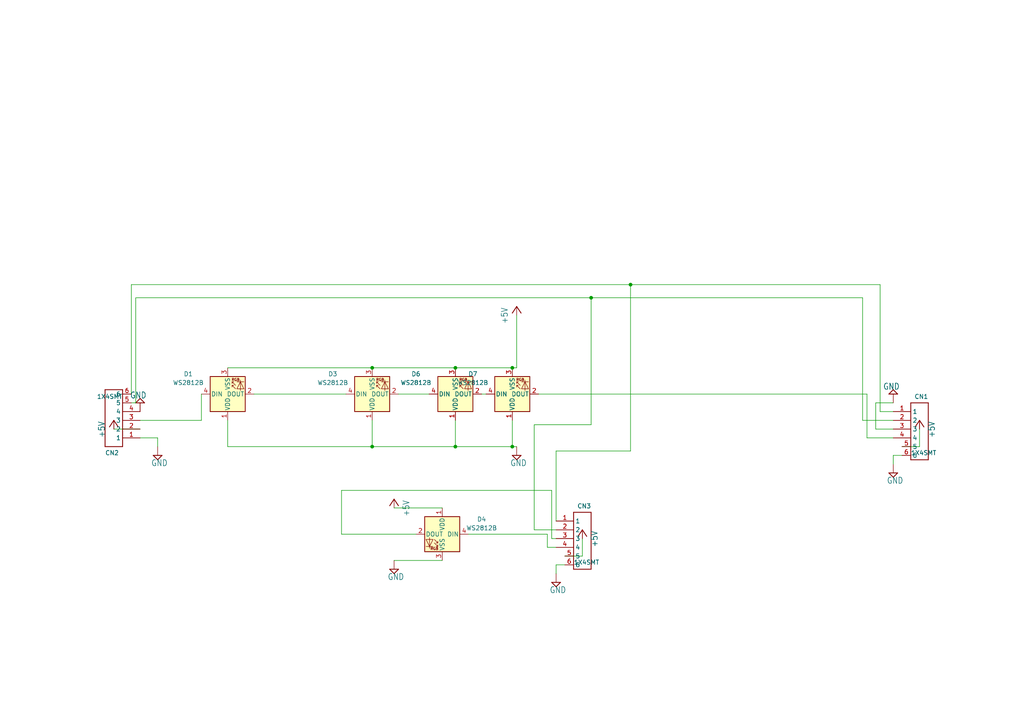
<source format=kicad_sch>
(kicad_sch (version 20211123) (generator eeschema)
  (paper "A4")
  (lib_symbols
    (symbol "1X4SMT_1"
      (property "Reference" "CN" (at 5.08 7.62 0))
      (property "Value" "1X4SMT_1" (at 0 -10.16 0))
      (symbol "1X4SMT_1_1_0"
        (polyline (pts (xy 0 -11.43) (xy 0 5.08)) (stroke (width 0.254)))
        (polyline (pts (xy 0 5.08) (xy 5.08 5.08)) (stroke (width 0.254)))
        (polyline (pts (xy 5.08 -11.43) (xy 0 -11.43)) (stroke (width 0.254)))
        (polyline (pts (xy 5.08 5.08) (xy 5.08 -11.43)) (stroke (width 0.254)))
        (pin bidirectional line (at -5.08 2.54 0) (length 5.08) (name "1") (number "1"))
        (pin bidirectional line (at -5.08 0 0) (length 5.08) (name "2") (number "2"))
        (pin bidirectional line (at -5.08 -2.54 0) (length 5.08) (name "3") (number "3"))
        (pin bidirectional line (at -5.08 -5.08 0) (length 5.08) (name "4") (number "4"))
      )
      (symbol "1X4SMT_1_1_1"
        (pin bidirectional line (at -2.54 -7.62 0) (length 2.54) (name "5") (number "5"))
        (pin bidirectional line (at -2.54 -10.16 0) (length 2.54) (name "6") (number "6"))
      )
    )
    (symbol "Adafruit NeoPixel 8 Stick-eagle-import:+5V" (power)
      (property "Value" "+5V" (at -2.54 -5.08 90))
      (symbol "+5V_1_0"
        (polyline (pts (xy 0 0) (xy -1.27 -1.905)) (stroke (width 0.254)))
        (polyline (pts (xy 1.27 -1.905) (xy 0 0)) (stroke (width 0.254)))
        (pin power_in line (at 0 -2.54 90) (length 2.54) (name "+5V") (number "1"))
      )
    )
    (symbol "Adafruit NeoPixel 8 Stick-eagle-import:1X4SMT"
      (property "Reference" "CN" (at 5.08 7.62 0))
      (property "Value" "1X4SMT" (at 0 -10.16 0))
      (symbol "1X4SMT_1_0"
        (polyline (pts (xy 0 -11.43) (xy 0 5.08)) (stroke (width 0.254)))
        (polyline (pts (xy 0 5.08) (xy 5.08 5.08)) (stroke (width 0.254)))
        (polyline (pts (xy 5.08 -11.43) (xy 0 -11.43)) (stroke (width 0.254)))
        (polyline (pts (xy 5.08 5.08) (xy 5.08 -11.43)) (stroke (width 0.254)))
        (pin bidirectional line (at -5.08 2.54 0) (length 5.08) (name "1") (number "1"))
        (pin bidirectional line (at -5.08 0 0) (length 5.08) (name "2") (number "2"))
        (pin bidirectional line (at -5.08 -2.54 0) (length 5.08) (name "3") (number "3"))
        (pin bidirectional line (at -5.08 -5.08 0) (length 5.08) (name "4") (number "4"))
      )
      (symbol "1X4SMT_1_1"
        (pin bidirectional line (at -2.54 -7.62 0) (length 2.54) (name "5") (number "5"))
        (pin bidirectional line (at -2.54 -10.16 0) (length 2.54) (name "6") (number "6"))
      )
    )
    (symbol "Adafruit NeoPixel 8 Stick-eagle-import:GND" (power)
      (property "Value" "GND" (at -1.905 -3.175 0))
      (symbol "GND_1_0"
        (polyline (pts (xy -1.27 0) (xy 1.27 0)) (stroke (width 0.254)))
        (polyline (pts (xy 0 -1.27) (xy -1.27 0)) (stroke (width 0.254)))
        (polyline (pts (xy 1.27 0) (xy 0 -1.27)) (stroke (width 0.254)))
        (pin power_in line (at 0 2.54 270) (length 2.54) (name "GND") (number "1"))
      )
    )
    (symbol "LED:WS2812B" (pin_names (offset 0.254))
      (property "Reference" "D" (at 5.08 5.715 0))
      (property "Value" "WS2812B" (at 1.27 -5.715 0))
      (symbol "WS2812B_0_0"
        (text "RGB" (at 2.286 -4.191 0) (effects (font (size 0.762 0.762))))
      )
      (symbol "WS2812B_0_1"
        (polyline (pts (xy 1.27 -3.556) (xy 1.778 -3.556)))
        (polyline (pts (xy 1.27 -2.54) (xy 1.778 -2.54)))
        (polyline (pts (xy 4.699 -3.556) (xy 2.667 -3.556)))
        (polyline (pts (xy 2.286 -2.54) (xy 1.27 -3.556) (xy 1.27 -3.048)))
        (polyline (pts (xy 2.286 -1.524) (xy 1.27 -2.54) (xy 1.27 -2.032)))
        (polyline (pts (xy 3.683 -1.016) (xy 3.683 -3.556) (xy 3.683 -4.064)))
        (polyline (pts (xy 4.699 -1.524) (xy 2.667 -1.524) (xy 3.683 -3.556) (xy 4.699 -1.524)))
        (rectangle (start 5.08 5.08) (end -5.08 -5.08) (stroke (width 0.254)) (fill (type background)))
      )
      (symbol "WS2812B_1_1"
        (pin power_in line (at 0 7.62 270) (length 2.54) (name "VDD") (number "1"))
        (pin output line (at 7.62 0 180) (length 2.54) (name "DOUT") (number "2"))
        (pin power_in line (at 0 -7.62 90) (length 2.54) (name "VSS") (number "3"))
        (pin input line (at -7.62 0 0) (length 2.54) (name "DIN") (number "4"))
      )
    )
  )
  (junction (at 148.59 106.68))
  (junction (at 107.95 129.54))
  (junction (at 182.88 82.55))
  (junction (at 148.59 129.54))
  (junction (at 171.45 86.36))
  (junction (at 132.08 106.68))
  (junction (at 132.08 129.54))
  (junction (at 107.95 106.68))
  (wire (pts (xy 154.94 153.67) (xy 154.94 123.19)))
  (wire (pts (xy 163.83 161.29) (xy 168.91 161.29)))
  (wire (pts (xy 40.64 127) (xy 45.72 127)))
  (wire (pts (xy 45.72 127) (xy 45.72 129.54)))
  (wire (pts (xy 259.08 132.08) (xy 259.08 134.62)))
  (wire (pts (xy 132.08 121.92) (xy 132.08 129.54)))
  (wire (pts (xy 161.29 151.13) (xy 161.29 130.81)))
  (wire (pts (xy 139.7 114.3) (xy 140.97 114.3)))
  (wire (pts (xy 128.27 147.32) (xy 114.3 147.32)))
  (wire (pts (xy 38.1 116.84) (xy 39.37 116.84)))
  (wire (pts (xy 40.64 121.92) (xy 58.42 121.92)))
  (wire (pts (xy 161.29 130.81) (xy 182.88 130.81)))
  (wire (pts (xy 107.95 106.68) (xy 132.08 106.68)))
  (wire (pts (xy 254 116.84) (xy 259.08 116.84)))
  (wire (pts (xy 254 124.46) (xy 254 116.84)))
  (wire (pts (xy 73.66 114.3) (xy 100.33 114.3)))
  (wire (pts (xy 171.45 86.36) (xy 250.19 86.36)))
  (wire (pts (xy 171.45 123.19) (xy 171.45 86.36)))
  (wire (pts (xy 148.59 106.68) (xy 149.86 106.68)))
  (wire (pts (xy 251.46 114.3) (xy 251.46 127)))
  (wire (pts (xy 255.27 82.55) (xy 255.27 119.38)))
  (wire (pts (xy 66.04 106.68) (xy 107.95 106.68)))
  (wire (pts (xy 99.06 154.94) (xy 99.06 142.24)))
  (wire (pts (xy 160.02 156.21) (xy 161.29 156.21)))
  (wire (pts (xy 250.19 86.36) (xy 250.19 121.92)))
  (wire (pts (xy 132.08 106.68) (xy 148.59 106.68)))
  (wire (pts (xy 148.59 129.54) (xy 149.86 129.54)))
  (wire (pts (xy 161.29 163.83) (xy 161.29 166.37)))
  (wire (pts (xy 66.04 121.92) (xy 66.04 129.54)))
  (wire (pts (xy 114.3 162.56) (xy 128.27 162.56)))
  (wire (pts (xy 107.95 129.54) (xy 132.08 129.54)))
  (wire (pts (xy 38.1 82.55) (xy 182.88 82.55)))
  (wire (pts (xy 168.91 161.29) (xy 168.91 156.21)))
  (wire (pts (xy 163.83 163.83) (xy 161.29 163.83)))
  (wire (pts (xy 58.42 121.92) (xy 58.42 114.3)))
  (wire (pts (xy 158.75 158.75) (xy 161.29 158.75)))
  (wire (pts (xy 160.02 142.24) (xy 160.02 156.21)))
  (wire (pts (xy 99.06 154.94) (xy 120.65 154.94)))
  (wire (pts (xy 107.95 121.92) (xy 107.95 129.54)))
  (wire (pts (xy 39.37 86.36) (xy 171.45 86.36)))
  (wire (pts (xy 66.04 129.54) (xy 107.95 129.54)))
  (wire (pts (xy 250.19 121.92) (xy 259.08 121.92)))
  (wire (pts (xy 33.02 124.46) (xy 40.64 124.46)))
  (wire (pts (xy 251.46 127) (xy 259.08 127)))
  (wire (pts (xy 148.59 121.92) (xy 148.59 129.54)))
  (wire (pts (xy 182.88 82.55) (xy 255.27 82.55)))
  (wire (pts (xy 156.21 114.3) (xy 251.46 114.3)))
  (wire (pts (xy 255.27 119.38) (xy 259.08 119.38)))
  (wire (pts (xy 135.89 154.94) (xy 158.75 154.94)))
  (wire (pts (xy 154.94 123.19) (xy 171.45 123.19)))
  (wire (pts (xy 259.08 124.46) (xy 254 124.46)))
  (wire (pts (xy 182.88 130.81) (xy 182.88 82.55)))
  (wire (pts (xy 161.29 153.67) (xy 154.94 153.67)))
  (wire (pts (xy 158.75 154.94) (xy 158.75 158.75)))
  (wire (pts (xy 39.37 116.84) (xy 39.37 86.36)))
  (wire (pts (xy 261.62 132.08) (xy 259.08 132.08)))
  (wire (pts (xy 261.62 129.54) (xy 266.7 129.54)))
  (wire (pts (xy 99.06 142.24) (xy 160.02 142.24)))
  (wire (pts (xy 38.1 114.3) (xy 38.1 82.55)))
  (wire (pts (xy 149.86 91.44) (xy 149.86 106.68)))
  (wire (pts (xy 266.7 129.54) (xy 266.7 124.46)))
  (wire (pts (xy 132.08 129.54) (xy 148.59 129.54)))
  (wire (pts (xy 115.57 114.3) (xy 124.46 114.3)))
  (symbol (lib_id "LED:WS2812B") (at 128.27 154.94 0) (mirror y) (unit 1)
    (property "Reference" "D4" (at 139.7 150.6093 0))
    (property "Value" "WS2812B" (at 139.7 153.1493 0))
    (property "Footprint" "LED_SMD:LED_WS2812B_PLCC4_5.0x5.0mm_P3.2mm" (effects hide))
    (property "Datasheet" "https://cdn-shop.adafruit.com/datasheets/WS2812B.pdf" (effects hide))
  )
  (symbol (lib_name "1X4SMT_1") (lib_id "Adafruit NeoPixel 8 Stick-eagle-import:1X4SMT") (at 166.37 153.67 0) (unit 1)
    (property "Reference" "CN3" (at 171.45 146.05 0) (effects (justify right top)))
    (property "Value" "1X4SMT" (at 166.37 163.83 0) (effects (justify left bottom)))
    (property "Footprint" "Adafruit NeoPixel 8 Stick:1X4-SMT" (effects hide))
  )
  (symbol (lib_id "Adafruit NeoPixel 8 Stick-eagle-import:GND") (at 40.64 116.84 180) (unit 1)
    (property "Reference" "#SUPPLY02" (effects hide))
    (property "Value" "GND" (at 42.545 113.665 0) (effects (font (size 1.778 1.5113)) (justify left bottom)))
    (property "Footprint" "Adafruit NeoPixel 8 Stick:" (effects hide))
  )
  (symbol (lib_id "Adafruit NeoPixel 8 Stick-eagle-import:+5V") (at 33.02 121.92 0) (unit 1)
    (property "Reference" "#P+011" (effects hide))
    (property "Value" "+5V" (at 30.48 127 90) (effects (font (size 1.778 1.5113)) (justify left bottom)))
    (property "Footprint" "Adafruit NeoPixel 8 Stick:" (effects hide))
  )
  (symbol (lib_id "Adafruit NeoPixel 8 Stick-eagle-import:+5V") (at 114.3 144.78 0) (mirror y) (unit 1)
    (property "Reference" "#P+0102" (effects hide))
    (property "Value" "+5V" (at 116.84 149.86 90) (effects (font (size 1.778 1.5113)) (justify left bottom)))
    (property "Footprint" "Adafruit NeoPixel 8 Stick:" (effects hide))
  )
  (symbol (lib_id "LED:WS2812B") (at 107.95 114.3 0) (mirror x) (unit 1)
    (property "Reference" "D3" (at 96.52 108.4705 0))
    (property "Value" "WS2812B" (at 96.52 111.0105 0))
    (property "Footprint" "LED_SMD:LED_WS2812B_PLCC4_5.0x5.0mm_P3.2mm" (effects hide))
    (property "Datasheet" "https://cdn-shop.adafruit.com/datasheets/WS2812B.pdf" (effects hide))
  )
  (symbol (lib_id "LED:WS2812B") (at 148.59 114.3 0) (mirror x) (unit 1)
    (property "Reference" "D7" (at 137.16 108.4705 0))
    (property "Value" "WS2812B" (at 137.16 111.0105 0))
    (property "Footprint" "LED_SMD:LED_WS2812B_PLCC4_5.0x5.0mm_P3.2mm" (effects hide))
    (property "Datasheet" "https://cdn-shop.adafruit.com/datasheets/WS2812B.pdf" (effects hide))
  )
  (symbol (lib_id "Adafruit NeoPixel 8 Stick-eagle-import:GND") (at 45.72 132.08 0) (unit 1)
    (property "Reference" "#SUPPLY07" (effects hide))
    (property "Value" "GND" (at 43.815 135.255 0) (effects (font (size 1.778 1.5113)) (justify left bottom)))
    (property "Footprint" "Adafruit NeoPixel 8 Stick:" (effects hide))
  )
  (symbol (lib_id "Adafruit NeoPixel 8 Stick-eagle-import:1X4SMT") (at 35.56 124.46 180) (unit 1)
    (property "Reference" "CN2" (at 30.48 132.08 0) (effects (justify right top)))
    (property "Value" "1X4SMT" (at 35.56 114.3 0) (effects (justify left bottom)))
    (property "Footprint" "Adafruit NeoPixel 8 Stick:1X4-SMT" (effects hide))
  )
  (symbol (lib_id "Adafruit NeoPixel 8 Stick-eagle-import:GND") (at 114.3 165.1 0) (unit 1)
    (property "Reference" "#SUPPLY0102" (effects hide))
    (property "Value" "GND" (at 112.395 168.275 0) (effects (font (size 1.778 1.5113)) (justify left bottom)))
    (property "Footprint" "Adafruit NeoPixel 8 Stick:" (effects hide))
  )
  (symbol (lib_id "LED:WS2812B") (at 66.04 114.3 0) (mirror x) (unit 1)
    (property "Reference" "D1" (at 54.61 108.4705 0))
    (property "Value" "WS2812B" (at 54.61 111.0105 0))
    (property "Footprint" "LED_SMD:LED_WS2812B_PLCC4_5.0x5.0mm_P3.2mm" (effects hide))
    (property "Datasheet" "https://cdn-shop.adafruit.com/datasheets/WS2812B.pdf" (effects hide))
  )
  (symbol (lib_id "Adafruit NeoPixel 8 Stick-eagle-import:+5V") (at 149.86 88.9 0) (unit 1)
    (property "Reference" "#P+02" (effects hide))
    (property "Value" "+5V" (at 147.32 93.98 90) (effects (font (size 1.778 1.5113)) (justify left bottom)))
    (property "Footprint" "Adafruit NeoPixel 8 Stick:" (effects hide))
  )
  (symbol (lib_name "1X4SMT_1") (lib_id "Adafruit NeoPixel 8 Stick-eagle-import:1X4SMT") (at 264.16 121.92 0) (unit 1)
    (property "Reference" "CN1" (at 269.24 114.3 0) (effects (justify right top)))
    (property "Value" "1X4SMT" (at 264.16 132.08 0) (effects (justify left bottom)))
    (property "Footprint" "Adafruit NeoPixel 8 Stick:1X4-SMT" (effects hide))
  )
  (symbol (lib_id "Adafruit NeoPixel 8 Stick-eagle-import:+5V") (at 266.7 121.92 0) (mirror y) (unit 1)
    (property "Reference" "#P+01" (effects hide))
    (property "Value" "+5V" (at 269.24 127 90) (effects (font (size 1.778 1.5113)) (justify left bottom)))
    (property "Footprint" "Adafruit NeoPixel 8 Stick:" (effects hide))
  )
  (symbol (lib_id "Adafruit NeoPixel 8 Stick-eagle-import:GND") (at 149.86 132.08 0) (unit 1)
    (property "Reference" "#SUPPLY03" (effects hide))
    (property "Value" "GND" (at 147.955 135.255 0) (effects (font (size 1.778 1.5113)) (justify left bottom)))
    (property "Footprint" "Adafruit NeoPixel 8 Stick:" (effects hide))
  )
  (symbol (lib_id "Adafruit NeoPixel 8 Stick-eagle-import:GND") (at 161.29 168.91 0) (unit 1)
    (property "Reference" "#SUPPLY0101" (effects hide))
    (property "Value" "GND" (at 159.385 172.085 0) (effects (font (size 1.778 1.5113)) (justify left bottom)))
    (property "Footprint" "Adafruit NeoPixel 8 Stick:" (effects hide))
  )
  (symbol (lib_id "LED:WS2812B") (at 132.08 114.3 0) (mirror x) (unit 1)
    (property "Reference" "D6" (at 120.65 108.4705 0))
    (property "Value" "WS2812B" (at 120.65 111.0105 0))
    (property "Footprint" "LED_SMD:LED_WS2812B_PLCC4_5.0x5.0mm_P3.2mm" (effects hide))
    (property "Datasheet" "https://cdn-shop.adafruit.com/datasheets/WS2812B.pdf" (effects hide))
  )
  (symbol (lib_id "Adafruit NeoPixel 8 Stick-eagle-import:GND") (at 259.08 137.16 0) (unit 1)
    (property "Reference" "#SUPPLY09" (effects hide))
    (property "Value" "GND" (at 257.175 140.335 0) (effects (font (size 1.778 1.5113)) (justify left bottom)))
    (property "Footprint" "Adafruit NeoPixel 8 Stick:" (effects hide))
  )
  (symbol (lib_id "Adafruit NeoPixel 8 Stick-eagle-import:+5V") (at 168.91 153.67 0) (mirror y) (unit 1)
    (property "Reference" "#P+0101" (effects hide))
    (property "Value" "+5V" (at 171.45 158.75 90) (effects (font (size 1.778 1.5113)) (justify left bottom)))
    (property "Footprint" "Adafruit NeoPixel 8 Stick:" (effects hide))
  )
  (symbol (lib_id "Adafruit NeoPixel 8 Stick-eagle-import:GND") (at 259.08 114.3 180) (unit 1)
    (property "Reference" "#SUPPLY01" (effects hide))
    (property "Value" "GND" (at 260.985 111.125 0) (effects (font (size 1.778 1.5113)) (justify left bottom)))
    (property "Footprint" "Adafruit NeoPixel 8 Stick:" (effects hide))
  )
)
</source>
